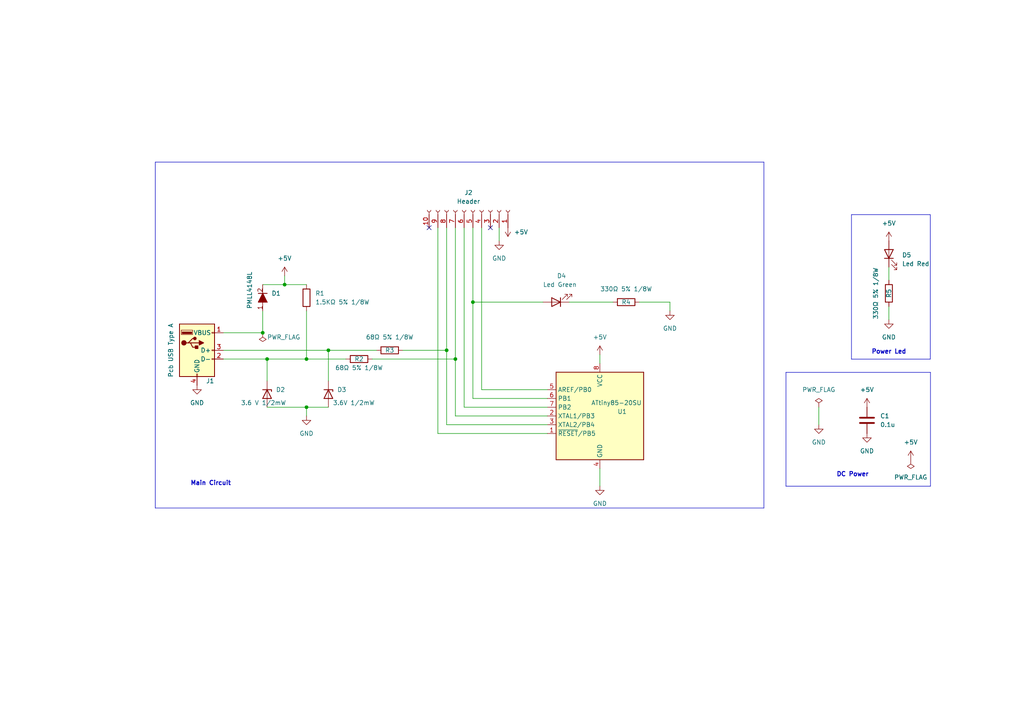
<source format=kicad_sch>
(kicad_sch (version 20230121) (generator eeschema)

  (uuid f2c20679-f28d-47ad-9191-2bfbde129570)

  (paper "A4")

  (title_block
    (date "2024-03-18")
    (rev "version Test2024")
    (company "UCC")
    (comment 1 "proyectoBase2024")
  )

  (lib_symbols
    (symbol "+5V_1" (power) (pin_names (offset 0)) (in_bom yes) (on_board yes)
      (property "Reference" "#PWR" (at 0 -3.81 0)
        (effects (font (size 1.27 1.27)) hide)
      )
      (property "Value" "+5V_1" (at 0 3.556 0)
        (effects (font (size 1.27 1.27)))
      )
      (property "Footprint" "" (at 0 0 0)
        (effects (font (size 1.27 1.27)) hide)
      )
      (property "Datasheet" "" (at 0 0 0)
        (effects (font (size 1.27 1.27)) hide)
      )
      (property "ki_keywords" "global power" (at 0 0 0)
        (effects (font (size 1.27 1.27)) hide)
      )
      (property "ki_description" "Power symbol creates a global label with name \"+5V\"" (at 0 0 0)
        (effects (font (size 1.27 1.27)) hide)
      )
      (symbol "+5V_1_0_1"
        (polyline
          (pts
            (xy -0.762 1.27)
            (xy 0 2.54)
          )
          (stroke (width 0) (type default))
          (fill (type none))
        )
        (polyline
          (pts
            (xy 0 0)
            (xy 0 2.54)
          )
          (stroke (width 0) (type default))
          (fill (type none))
        )
        (polyline
          (pts
            (xy 0 2.54)
            (xy 0.762 1.27)
          )
          (stroke (width 0) (type default))
          (fill (type none))
        )
      )
      (symbol "+5V_1_1_1"
        (pin power_in line (at 0 0 90) (length 0) hide
          (name "+5V" (effects (font (size 1.27 1.27))))
          (number "1" (effects (font (size 1.27 1.27))))
        )
      )
    )
    (symbol "Connector:Conn_01x10_Socket" (pin_names (offset 1.016) hide) (in_bom yes) (on_board yes)
      (property "Reference" "J" (at 0 12.7 0)
        (effects (font (size 1.27 1.27)))
      )
      (property "Value" "Conn_01x10_Socket" (at 0 -15.24 0)
        (effects (font (size 1.27 1.27)))
      )
      (property "Footprint" "" (at 0 0 0)
        (effects (font (size 1.27 1.27)) hide)
      )
      (property "Datasheet" "~" (at 0 0 0)
        (effects (font (size 1.27 1.27)) hide)
      )
      (property "ki_locked" "" (at 0 0 0)
        (effects (font (size 1.27 1.27)))
      )
      (property "ki_keywords" "connector" (at 0 0 0)
        (effects (font (size 1.27 1.27)) hide)
      )
      (property "ki_description" "Generic connector, single row, 01x10, script generated" (at 0 0 0)
        (effects (font (size 1.27 1.27)) hide)
      )
      (property "ki_fp_filters" "Connector*:*_1x??_*" (at 0 0 0)
        (effects (font (size 1.27 1.27)) hide)
      )
      (symbol "Conn_01x10_Socket_1_1"
        (arc (start 0 -12.192) (mid -0.5058 -12.7) (end 0 -13.208)
          (stroke (width 0.1524) (type default))
          (fill (type none))
        )
        (arc (start 0 -9.652) (mid -0.5058 -10.16) (end 0 -10.668)
          (stroke (width 0.1524) (type default))
          (fill (type none))
        )
        (arc (start 0 -7.112) (mid -0.5058 -7.62) (end 0 -8.128)
          (stroke (width 0.1524) (type default))
          (fill (type none))
        )
        (arc (start 0 -4.572) (mid -0.5058 -5.08) (end 0 -5.588)
          (stroke (width 0.1524) (type default))
          (fill (type none))
        )
        (arc (start 0 -2.032) (mid -0.5058 -2.54) (end 0 -3.048)
          (stroke (width 0.1524) (type default))
          (fill (type none))
        )
        (polyline
          (pts
            (xy -1.27 -12.7)
            (xy -0.508 -12.7)
          )
          (stroke (width 0.1524) (type default))
          (fill (type none))
        )
        (polyline
          (pts
            (xy -1.27 -10.16)
            (xy -0.508 -10.16)
          )
          (stroke (width 0.1524) (type default))
          (fill (type none))
        )
        (polyline
          (pts
            (xy -1.27 -7.62)
            (xy -0.508 -7.62)
          )
          (stroke (width 0.1524) (type default))
          (fill (type none))
        )
        (polyline
          (pts
            (xy -1.27 -5.08)
            (xy -0.508 -5.08)
          )
          (stroke (width 0.1524) (type default))
          (fill (type none))
        )
        (polyline
          (pts
            (xy -1.27 -2.54)
            (xy -0.508 -2.54)
          )
          (stroke (width 0.1524) (type default))
          (fill (type none))
        )
        (polyline
          (pts
            (xy -1.27 0)
            (xy -0.508 0)
          )
          (stroke (width 0.1524) (type default))
          (fill (type none))
        )
        (polyline
          (pts
            (xy -1.27 2.54)
            (xy -0.508 2.54)
          )
          (stroke (width 0.1524) (type default))
          (fill (type none))
        )
        (polyline
          (pts
            (xy -1.27 5.08)
            (xy -0.508 5.08)
          )
          (stroke (width 0.1524) (type default))
          (fill (type none))
        )
        (polyline
          (pts
            (xy -1.27 7.62)
            (xy -0.508 7.62)
          )
          (stroke (width 0.1524) (type default))
          (fill (type none))
        )
        (polyline
          (pts
            (xy -1.27 10.16)
            (xy -0.508 10.16)
          )
          (stroke (width 0.1524) (type default))
          (fill (type none))
        )
        (arc (start 0 0.508) (mid -0.5058 0) (end 0 -0.508)
          (stroke (width 0.1524) (type default))
          (fill (type none))
        )
        (arc (start 0 3.048) (mid -0.5058 2.54) (end 0 2.032)
          (stroke (width 0.1524) (type default))
          (fill (type none))
        )
        (arc (start 0 5.588) (mid -0.5058 5.08) (end 0 4.572)
          (stroke (width 0.1524) (type default))
          (fill (type none))
        )
        (arc (start 0 8.128) (mid -0.5058 7.62) (end 0 7.112)
          (stroke (width 0.1524) (type default))
          (fill (type none))
        )
        (arc (start 0 10.668) (mid -0.5058 10.16) (end 0 9.652)
          (stroke (width 0.1524) (type default))
          (fill (type none))
        )
        (pin passive line (at -5.08 10.16 0) (length 3.81)
          (name "Pin_1" (effects (font (size 1.27 1.27))))
          (number "1" (effects (font (size 1.27 1.27))))
        )
        (pin passive line (at -5.08 -12.7 0) (length 3.81)
          (name "Pin_10" (effects (font (size 1.27 1.27))))
          (number "10" (effects (font (size 1.27 1.27))))
        )
        (pin passive line (at -5.08 7.62 0) (length 3.81)
          (name "Pin_2" (effects (font (size 1.27 1.27))))
          (number "2" (effects (font (size 1.27 1.27))))
        )
        (pin passive line (at -5.08 5.08 0) (length 3.81)
          (name "Pin_3" (effects (font (size 1.27 1.27))))
          (number "3" (effects (font (size 1.27 1.27))))
        )
        (pin passive line (at -5.08 2.54 0) (length 3.81)
          (name "Pin_4" (effects (font (size 1.27 1.27))))
          (number "4" (effects (font (size 1.27 1.27))))
        )
        (pin passive line (at -5.08 0 0) (length 3.81)
          (name "Pin_5" (effects (font (size 1.27 1.27))))
          (number "5" (effects (font (size 1.27 1.27))))
        )
        (pin passive line (at -5.08 -2.54 0) (length 3.81)
          (name "Pin_6" (effects (font (size 1.27 1.27))))
          (number "6" (effects (font (size 1.27 1.27))))
        )
        (pin passive line (at -5.08 -5.08 0) (length 3.81)
          (name "Pin_7" (effects (font (size 1.27 1.27))))
          (number "7" (effects (font (size 1.27 1.27))))
        )
        (pin passive line (at -5.08 -7.62 0) (length 3.81)
          (name "Pin_8" (effects (font (size 1.27 1.27))))
          (number "8" (effects (font (size 1.27 1.27))))
        )
        (pin passive line (at -5.08 -10.16 0) (length 3.81)
          (name "Pin_9" (effects (font (size 1.27 1.27))))
          (number "9" (effects (font (size 1.27 1.27))))
        )
      )
    )
    (symbol "Connector:USB_A" (pin_names (offset 1.016)) (in_bom yes) (on_board yes)
      (property "Reference" "J2" (at 0 12.7 0)
        (effects (font (size 1.27 1.27)))
      )
      (property "Value" "USB_A" (at 0 10.16 0)
        (effects (font (size 1.27 1.27)))
      )
      (property "Footprint" "" (at 3.81 -1.27 0)
        (effects (font (size 1.27 1.27)) hide)
      )
      (property "Datasheet" " ~" (at 3.81 -1.27 0)
        (effects (font (size 1.27 1.27)) hide)
      )
      (property "ki_keywords" "connector USB" (at 0 0 0)
        (effects (font (size 1.27 1.27)) hide)
      )
      (property "ki_description" "USB Type A connector" (at 0 0 0)
        (effects (font (size 1.27 1.27)) hide)
      )
      (property "ki_fp_filters" "USB*" (at 0 0 0)
        (effects (font (size 1.27 1.27)) hide)
      )
      (symbol "USB_A_0_1"
        (rectangle (start -5.08 -7.62) (end 5.08 7.62)
          (stroke (width 0.254) (type default))
          (fill (type background))
        )
        (circle (center -3.81 2.159) (radius 0.635)
          (stroke (width 0.254) (type default))
          (fill (type outline))
        )
        (rectangle (start -1.524 4.826) (end -4.318 5.334)
          (stroke (width 0) (type default))
          (fill (type outline))
        )
        (rectangle (start -1.27 4.572) (end -4.572 5.842)
          (stroke (width 0) (type default))
          (fill (type none))
        )
        (circle (center -0.635 3.429) (radius 0.381)
          (stroke (width 0.254) (type default))
          (fill (type outline))
        )
        (rectangle (start -0.127 -7.62) (end 0.127 -6.858)
          (stroke (width 0) (type default))
          (fill (type none))
        )
        (polyline
          (pts
            (xy -3.175 2.159)
            (xy -2.54 2.159)
            (xy -1.27 3.429)
            (xy -0.635 3.429)
          )
          (stroke (width 0.254) (type default))
          (fill (type none))
        )
        (polyline
          (pts
            (xy -2.54 2.159)
            (xy -1.905 2.159)
            (xy -1.27 0.889)
            (xy 0 0.889)
          )
          (stroke (width 0.254) (type default))
          (fill (type none))
        )
        (polyline
          (pts
            (xy 0.635 2.794)
            (xy 0.635 1.524)
            (xy 1.905 2.159)
            (xy 0.635 2.794)
          )
          (stroke (width 0.254) (type default))
          (fill (type outline))
        )
        (rectangle (start 0.254 1.27) (end -0.508 0.508)
          (stroke (width 0.254) (type default))
          (fill (type outline))
        )
        (rectangle (start 5.08 -2.667) (end 4.318 -2.413)
          (stroke (width 0) (type default))
          (fill (type none))
        )
        (rectangle (start 5.08 -0.127) (end 4.318 0.127)
          (stroke (width 0) (type default))
          (fill (type none))
        )
        (rectangle (start 5.08 4.953) (end 4.318 5.207)
          (stroke (width 0) (type default))
          (fill (type none))
        )
      )
      (symbol "USB_A_1_1"
        (polyline
          (pts
            (xy -1.905 2.159)
            (xy 0.635 2.159)
          )
          (stroke (width 0.254) (type default))
          (fill (type none))
        )
        (pin power_in line (at 7.62 5.08 180) (length 2.54)
          (name "VBUS" (effects (font (size 1.27 1.27))))
          (number "1" (effects (font (size 1.27 1.27))))
        )
        (pin bidirectional line (at 7.62 -2.54 180) (length 2.54)
          (name "D-" (effects (font (size 1.27 1.27))))
          (number "2" (effects (font (size 1.27 1.27))))
        )
        (pin bidirectional line (at 7.62 0 180) (length 2.54)
          (name "D+" (effects (font (size 1.27 1.27))))
          (number "3" (effects (font (size 1.27 1.27))))
        )
        (pin power_in line (at 0 -10.16 90) (length 2.54)
          (name "GND" (effects (font (size 1.27 1.27))))
          (number "4" (effects (font (size 1.27 1.27))))
        )
      )
    )
    (symbol "D_Filled_1" (pin_numbers hide) (pin_names (offset 1.016) hide) (in_bom yes) (on_board yes)
      (property "Reference" "D" (at 0 2.54 0)
        (effects (font (size 1.27 1.27)))
      )
      (property "Value" "D_Filled" (at 0 -2.54 0)
        (effects (font (size 1.27 1.27)))
      )
      (property "Footprint" "" (at 0 0 0)
        (effects (font (size 1.27 1.27)) hide)
      )
      (property "Datasheet" "~" (at 0 0 0)
        (effects (font (size 1.27 1.27)) hide)
      )
      (property "Sim.Device" "D" (at 0 0 0)
        (effects (font (size 1.27 1.27)) hide)
      )
      (property "Sim.Pins" "1=K 2=A" (at 0 0 0)
        (effects (font (size 1.27 1.27)) hide)
      )
      (property "ki_keywords" "diode" (at 0 0 0)
        (effects (font (size 1.27 1.27)) hide)
      )
      (property "ki_description" "Diode, filled shape" (at 0 0 0)
        (effects (font (size 1.27 1.27)) hide)
      )
      (property "ki_fp_filters" "TO-???* *_Diode_* *SingleDiode* D_*" (at 0 0 0)
        (effects (font (size 1.27 1.27)) hide)
      )
      (symbol "D_Filled_1_0_1"
        (polyline
          (pts
            (xy -1.27 1.27)
            (xy -1.27 -1.27)
          )
          (stroke (width 0.254) (type default))
          (fill (type none))
        )
        (polyline
          (pts
            (xy 1.27 0)
            (xy -1.27 0)
          )
          (stroke (width 0) (type default))
          (fill (type none))
        )
        (polyline
          (pts
            (xy 1.27 1.27)
            (xy 1.27 -1.27)
            (xy -1.27 0)
            (xy 1.27 1.27)
          )
          (stroke (width 0.254) (type default))
          (fill (type outline))
        )
      )
      (symbol "D_Filled_1_1_1"
        (pin passive line (at -3.81 0 0) (length 2.54)
          (name "K" (effects (font (size 1.27 1.27))))
          (number "1" (effects (font (size 1.27 1.27))))
        )
        (pin passive line (at 3.81 0 180) (length 2.54)
          (name "A" (effects (font (size 1.27 1.27))))
          (number "2" (effects (font (size 1.27 1.27))))
        )
      )
    )
    (symbol "Device:C" (pin_numbers hide) (pin_names (offset 0.254)) (in_bom yes) (on_board yes)
      (property "Reference" "C" (at 0.635 2.54 0)
        (effects (font (size 1.27 1.27)) (justify left))
      )
      (property "Value" "C" (at 0.635 -2.54 0)
        (effects (font (size 1.27 1.27)) (justify left))
      )
      (property "Footprint" "" (at 0.9652 -3.81 0)
        (effects (font (size 1.27 1.27)) hide)
      )
      (property "Datasheet" "~" (at 0 0 0)
        (effects (font (size 1.27 1.27)) hide)
      )
      (property "ki_keywords" "cap capacitor" (at 0 0 0)
        (effects (font (size 1.27 1.27)) hide)
      )
      (property "ki_description" "Unpolarized capacitor" (at 0 0 0)
        (effects (font (size 1.27 1.27)) hide)
      )
      (property "ki_fp_filters" "C_*" (at 0 0 0)
        (effects (font (size 1.27 1.27)) hide)
      )
      (symbol "C_0_1"
        (polyline
          (pts
            (xy -2.032 -0.762)
            (xy 2.032 -0.762)
          )
          (stroke (width 0.508) (type default))
          (fill (type none))
        )
        (polyline
          (pts
            (xy -2.032 0.762)
            (xy 2.032 0.762)
          )
          (stroke (width 0.508) (type default))
          (fill (type none))
        )
      )
      (symbol "C_1_1"
        (pin passive line (at 0 3.81 270) (length 2.794)
          (name "~" (effects (font (size 1.27 1.27))))
          (number "1" (effects (font (size 1.27 1.27))))
        )
        (pin passive line (at 0 -3.81 90) (length 2.794)
          (name "~" (effects (font (size 1.27 1.27))))
          (number "2" (effects (font (size 1.27 1.27))))
        )
      )
    )
    (symbol "Device:D_Zener" (pin_numbers hide) (pin_names (offset 1.016) hide) (in_bom yes) (on_board yes)
      (property "Reference" "D" (at 0 2.54 0)
        (effects (font (size 1.27 1.27)))
      )
      (property "Value" "D_Zener" (at 0 -2.54 0)
        (effects (font (size 1.27 1.27)))
      )
      (property "Footprint" "" (at 0 0 0)
        (effects (font (size 1.27 1.27)) hide)
      )
      (property "Datasheet" "~" (at 0 0 0)
        (effects (font (size 1.27 1.27)) hide)
      )
      (property "ki_keywords" "diode" (at 0 0 0)
        (effects (font (size 1.27 1.27)) hide)
      )
      (property "ki_description" "Zener diode" (at 0 0 0)
        (effects (font (size 1.27 1.27)) hide)
      )
      (property "ki_fp_filters" "TO-???* *_Diode_* *SingleDiode* D_*" (at 0 0 0)
        (effects (font (size 1.27 1.27)) hide)
      )
      (symbol "D_Zener_0_1"
        (polyline
          (pts
            (xy 1.27 0)
            (xy -1.27 0)
          )
          (stroke (width 0) (type default))
          (fill (type none))
        )
        (polyline
          (pts
            (xy -1.27 -1.27)
            (xy -1.27 1.27)
            (xy -0.762 1.27)
          )
          (stroke (width 0.254) (type default))
          (fill (type none))
        )
        (polyline
          (pts
            (xy 1.27 -1.27)
            (xy 1.27 1.27)
            (xy -1.27 0)
            (xy 1.27 -1.27)
          )
          (stroke (width 0.254) (type default))
          (fill (type none))
        )
      )
      (symbol "D_Zener_1_1"
        (pin passive line (at -3.81 0 0) (length 2.54)
          (name "K" (effects (font (size 1.27 1.27))))
          (number "1" (effects (font (size 1.27 1.27))))
        )
        (pin passive line (at 3.81 0 180) (length 2.54)
          (name "A" (effects (font (size 1.27 1.27))))
          (number "2" (effects (font (size 1.27 1.27))))
        )
      )
    )
    (symbol "Device:LED" (pin_numbers hide) (pin_names (offset 1.016) hide) (in_bom yes) (on_board yes)
      (property "Reference" "D" (at 0 2.54 0)
        (effects (font (size 1.27 1.27)))
      )
      (property "Value" "LED" (at 0 -2.54 0)
        (effects (font (size 1.27 1.27)))
      )
      (property "Footprint" "" (at 0 0 0)
        (effects (font (size 1.27 1.27)) hide)
      )
      (property "Datasheet" "~" (at 0 0 0)
        (effects (font (size 1.27 1.27)) hide)
      )
      (property "ki_keywords" "LED diode" (at 0 0 0)
        (effects (font (size 1.27 1.27)) hide)
      )
      (property "ki_description" "Light emitting diode" (at 0 0 0)
        (effects (font (size 1.27 1.27)) hide)
      )
      (property "ki_fp_filters" "LED* LED_SMD:* LED_THT:*" (at 0 0 0)
        (effects (font (size 1.27 1.27)) hide)
      )
      (symbol "LED_0_1"
        (polyline
          (pts
            (xy -1.27 -1.27)
            (xy -1.27 1.27)
          )
          (stroke (width 0.254) (type default))
          (fill (type none))
        )
        (polyline
          (pts
            (xy -1.27 0)
            (xy 1.27 0)
          )
          (stroke (width 0) (type default))
          (fill (type none))
        )
        (polyline
          (pts
            (xy 1.27 -1.27)
            (xy 1.27 1.27)
            (xy -1.27 0)
            (xy 1.27 -1.27)
          )
          (stroke (width 0.254) (type default))
          (fill (type none))
        )
        (polyline
          (pts
            (xy -3.048 -0.762)
            (xy -4.572 -2.286)
            (xy -3.81 -2.286)
            (xy -4.572 -2.286)
            (xy -4.572 -1.524)
          )
          (stroke (width 0) (type default))
          (fill (type none))
        )
        (polyline
          (pts
            (xy -1.778 -0.762)
            (xy -3.302 -2.286)
            (xy -2.54 -2.286)
            (xy -3.302 -2.286)
            (xy -3.302 -1.524)
          )
          (stroke (width 0) (type default))
          (fill (type none))
        )
      )
      (symbol "LED_1_1"
        (pin passive line (at -3.81 0 0) (length 2.54)
          (name "K" (effects (font (size 1.27 1.27))))
          (number "1" (effects (font (size 1.27 1.27))))
        )
        (pin passive line (at 3.81 0 180) (length 2.54)
          (name "A" (effects (font (size 1.27 1.27))))
          (number "2" (effects (font (size 1.27 1.27))))
        )
      )
    )
    (symbol "Device:R" (pin_numbers hide) (pin_names (offset 0)) (in_bom yes) (on_board yes)
      (property "Reference" "R" (at 2.032 0 90)
        (effects (font (size 1.27 1.27)))
      )
      (property "Value" "R" (at 0 0 90)
        (effects (font (size 1.27 1.27)))
      )
      (property "Footprint" "" (at -1.778 0 90)
        (effects (font (size 1.27 1.27)) hide)
      )
      (property "Datasheet" "~" (at 0 0 0)
        (effects (font (size 1.27 1.27)) hide)
      )
      (property "ki_keywords" "R res resistor" (at 0 0 0)
        (effects (font (size 1.27 1.27)) hide)
      )
      (property "ki_description" "Resistor" (at 0 0 0)
        (effects (font (size 1.27 1.27)) hide)
      )
      (property "ki_fp_filters" "R_*" (at 0 0 0)
        (effects (font (size 1.27 1.27)) hide)
      )
      (symbol "R_0_1"
        (rectangle (start -1.016 -2.54) (end 1.016 2.54)
          (stroke (width 0.254) (type default))
          (fill (type none))
        )
      )
      (symbol "R_1_1"
        (pin passive line (at 0 3.81 270) (length 1.27)
          (name "~" (effects (font (size 1.27 1.27))))
          (number "1" (effects (font (size 1.27 1.27))))
        )
        (pin passive line (at 0 -3.81 90) (length 1.27)
          (name "~" (effects (font (size 1.27 1.27))))
          (number "2" (effects (font (size 1.27 1.27))))
        )
      )
    )
    (symbol "GND_1" (power) (pin_names (offset 0)) (in_bom yes) (on_board yes)
      (property "Reference" "#PWR" (at 0 -6.35 0)
        (effects (font (size 1.27 1.27)) hide)
      )
      (property "Value" "GND_1" (at 0 -3.81 0)
        (effects (font (size 1.27 1.27)))
      )
      (property "Footprint" "" (at 0 0 0)
        (effects (font (size 1.27 1.27)) hide)
      )
      (property "Datasheet" "" (at 0 0 0)
        (effects (font (size 1.27 1.27)) hide)
      )
      (property "ki_keywords" "global power" (at 0 0 0)
        (effects (font (size 1.27 1.27)) hide)
      )
      (property "ki_description" "Power symbol creates a global label with name \"GND\" , ground" (at 0 0 0)
        (effects (font (size 1.27 1.27)) hide)
      )
      (symbol "GND_1_0_1"
        (polyline
          (pts
            (xy 0 0)
            (xy 0 -1.27)
            (xy 1.27 -1.27)
            (xy 0 -2.54)
            (xy -1.27 -1.27)
            (xy 0 -1.27)
          )
          (stroke (width 0) (type default))
          (fill (type none))
        )
      )
      (symbol "GND_1_1_1"
        (pin power_in line (at 0 0 270) (length 0) hide
          (name "GND" (effects (font (size 1.27 1.27))))
          (number "1" (effects (font (size 1.27 1.27))))
        )
      )
    )
    (symbol "MCU_Microchip_ATtiny:ATtiny85-20S" (in_bom yes) (on_board yes)
      (property "Reference" "U" (at -12.7 13.97 0)
        (effects (font (size 1.27 1.27)) (justify left bottom))
      )
      (property "Value" "ATtiny85-20S" (at 2.54 -13.97 0)
        (effects (font (size 1.27 1.27)) (justify left top))
      )
      (property "Footprint" "Package_SO:SOIC-8W_5.3x5.3mm_P1.27mm" (at 0 0 0)
        (effects (font (size 1.27 1.27) italic) hide)
      )
      (property "Datasheet" "http://ww1.microchip.com/downloads/en/DeviceDoc/atmel-2586-avr-8-bit-microcontroller-attiny25-attiny45-attiny85_datasheet.pdf" (at 0 0 0)
        (effects (font (size 1.27 1.27)) hide)
      )
      (property "ki_keywords" "AVR 8bit Microcontroller tinyAVR" (at 0 0 0)
        (effects (font (size 1.27 1.27)) hide)
      )
      (property "ki_description" "20MHz, 8kB Flash, 512B SRAM, 512B EEPROM, debugWIRE, SOIC-8W" (at 0 0 0)
        (effects (font (size 1.27 1.27)) hide)
      )
      (property "ki_fp_filters" "SOIC*5.3x5.3mm*P1.27mm*" (at 0 0 0)
        (effects (font (size 1.27 1.27)) hide)
      )
      (symbol "ATtiny85-20S_0_1"
        (rectangle (start -12.7 -12.7) (end 12.7 12.7)
          (stroke (width 0.254) (type default))
          (fill (type background))
        )
      )
      (symbol "ATtiny85-20S_1_1"
        (pin bidirectional line (at 15.24 -5.08 180) (length 2.54)
          (name "~{RESET}/PB5" (effects (font (size 1.27 1.27))))
          (number "1" (effects (font (size 1.27 1.27))))
        )
        (pin bidirectional line (at 15.24 0 180) (length 2.54)
          (name "XTAL1/PB3" (effects (font (size 1.27 1.27))))
          (number "2" (effects (font (size 1.27 1.27))))
        )
        (pin bidirectional line (at 15.24 -2.54 180) (length 2.54)
          (name "XTAL2/PB4" (effects (font (size 1.27 1.27))))
          (number "3" (effects (font (size 1.27 1.27))))
        )
        (pin power_in line (at 0 -15.24 90) (length 2.54)
          (name "GND" (effects (font (size 1.27 1.27))))
          (number "4" (effects (font (size 1.27 1.27))))
        )
        (pin bidirectional line (at 15.24 7.62 180) (length 2.54)
          (name "AREF/PB0" (effects (font (size 1.27 1.27))))
          (number "5" (effects (font (size 1.27 1.27))))
        )
        (pin bidirectional line (at 15.24 5.08 180) (length 2.54)
          (name "PB1" (effects (font (size 1.27 1.27))))
          (number "6" (effects (font (size 1.27 1.27))))
        )
        (pin bidirectional line (at 15.24 2.54 180) (length 2.54)
          (name "PB2" (effects (font (size 1.27 1.27))))
          (number "7" (effects (font (size 1.27 1.27))))
        )
        (pin power_in line (at 0 15.24 270) (length 2.54)
          (name "VCC" (effects (font (size 1.27 1.27))))
          (number "8" (effects (font (size 1.27 1.27))))
        )
      )
    )
    (symbol "PWR_FLAG_1" (power) (pin_numbers hide) (pin_names (offset 0) hide) (in_bom yes) (on_board yes)
      (property "Reference" "#FLG" (at 0 1.905 0)
        (effects (font (size 1.27 1.27)) hide)
      )
      (property "Value" "PWR_FLAG_1" (at 0 3.81 0)
        (effects (font (size 1.27 1.27)))
      )
      (property "Footprint" "" (at 0 0 0)
        (effects (font (size 1.27 1.27)) hide)
      )
      (property "Datasheet" "~" (at 0 0 0)
        (effects (font (size 1.27 1.27)) hide)
      )
      (property "ki_keywords" "flag power" (at 0 0 0)
        (effects (font (size 1.27 1.27)) hide)
      )
      (property "ki_description" "Special symbol for telling ERC where power comes from" (at 0 0 0)
        (effects (font (size 1.27 1.27)) hide)
      )
      (symbol "PWR_FLAG_1_0_0"
        (pin power_out line (at 0 0 90) (length 0)
          (name "pwr" (effects (font (size 1.27 1.27))))
          (number "1" (effects (font (size 1.27 1.27))))
        )
      )
      (symbol "PWR_FLAG_1_0_1"
        (polyline
          (pts
            (xy 0 0)
            (xy 0 1.27)
            (xy -1.016 1.905)
            (xy 0 2.54)
            (xy 1.016 1.905)
            (xy 0 1.27)
          )
          (stroke (width 0) (type default))
          (fill (type none))
        )
      )
    )
    (symbol "power:+5V" (power) (pin_names (offset 0)) (in_bom yes) (on_board yes)
      (property "Reference" "#PWR" (at 0 -3.81 0)
        (effects (font (size 1.27 1.27)) hide)
      )
      (property "Value" "+5V" (at 0 3.556 0)
        (effects (font (size 1.27 1.27)))
      )
      (property "Footprint" "" (at 0 0 0)
        (effects (font (size 1.27 1.27)) hide)
      )
      (property "Datasheet" "" (at 0 0 0)
        (effects (font (size 1.27 1.27)) hide)
      )
      (property "ki_keywords" "global power" (at 0 0 0)
        (effects (font (size 1.27 1.27)) hide)
      )
      (property "ki_description" "Power symbol creates a global label with name \"+5V\"" (at 0 0 0)
        (effects (font (size 1.27 1.27)) hide)
      )
      (symbol "+5V_0_1"
        (polyline
          (pts
            (xy -0.762 1.27)
            (xy 0 2.54)
          )
          (stroke (width 0) (type default))
          (fill (type none))
        )
        (polyline
          (pts
            (xy 0 0)
            (xy 0 2.54)
          )
          (stroke (width 0) (type default))
          (fill (type none))
        )
        (polyline
          (pts
            (xy 0 2.54)
            (xy 0.762 1.27)
          )
          (stroke (width 0) (type default))
          (fill (type none))
        )
      )
      (symbol "+5V_1_1"
        (pin power_in line (at 0 0 90) (length 0) hide
          (name "+5V" (effects (font (size 1.27 1.27))))
          (number "1" (effects (font (size 1.27 1.27))))
        )
      )
    )
    (symbol "power:GND" (power) (pin_names (offset 0)) (in_bom yes) (on_board yes)
      (property "Reference" "#PWR" (at 0 -6.35 0)
        (effects (font (size 1.27 1.27)) hide)
      )
      (property "Value" "GND" (at 0 -3.81 0)
        (effects (font (size 1.27 1.27)))
      )
      (property "Footprint" "" (at 0 0 0)
        (effects (font (size 1.27 1.27)) hide)
      )
      (property "Datasheet" "" (at 0 0 0)
        (effects (font (size 1.27 1.27)) hide)
      )
      (property "ki_keywords" "global power" (at 0 0 0)
        (effects (font (size 1.27 1.27)) hide)
      )
      (property "ki_description" "Power symbol creates a global label with name \"GND\" , ground" (at 0 0 0)
        (effects (font (size 1.27 1.27)) hide)
      )
      (symbol "GND_0_1"
        (polyline
          (pts
            (xy 0 0)
            (xy 0 -1.27)
            (xy 1.27 -1.27)
            (xy 0 -2.54)
            (xy -1.27 -1.27)
            (xy 0 -1.27)
          )
          (stroke (width 0) (type default))
          (fill (type none))
        )
      )
      (symbol "GND_1_1"
        (pin power_in line (at 0 0 270) (length 0) hide
          (name "GND" (effects (font (size 1.27 1.27))))
          (number "1" (effects (font (size 1.27 1.27))))
        )
      )
    )
    (symbol "power:PWR_FLAG" (power) (pin_numbers hide) (pin_names (offset 0) hide) (in_bom yes) (on_board yes)
      (property "Reference" "#FLG" (at 0 1.905 0)
        (effects (font (size 1.27 1.27)) hide)
      )
      (property "Value" "PWR_FLAG" (at 0 3.81 0)
        (effects (font (size 1.27 1.27)))
      )
      (property "Footprint" "" (at 0 0 0)
        (effects (font (size 1.27 1.27)) hide)
      )
      (property "Datasheet" "~" (at 0 0 0)
        (effects (font (size 1.27 1.27)) hide)
      )
      (property "ki_keywords" "flag power" (at 0 0 0)
        (effects (font (size 1.27 1.27)) hide)
      )
      (property "ki_description" "Special symbol for telling ERC where power comes from" (at 0 0 0)
        (effects (font (size 1.27 1.27)) hide)
      )
      (symbol "PWR_FLAG_0_0"
        (pin power_out line (at 0 0 90) (length 0)
          (name "pwr" (effects (font (size 1.27 1.27))))
          (number "1" (effects (font (size 1.27 1.27))))
        )
      )
      (symbol "PWR_FLAG_0_1"
        (polyline
          (pts
            (xy 0 0)
            (xy 0 1.27)
            (xy -1.016 1.905)
            (xy 0 2.54)
            (xy 1.016 1.905)
            (xy 0 1.27)
          )
          (stroke (width 0) (type default))
          (fill (type none))
        )
      )
    )
  )

  (junction (at 88.9 118.11) (diameter 0) (color 0 0 0 0)
    (uuid 415715c2-99c9-4d44-a426-d2c7498b23e3)
  )
  (junction (at 132.08 104.14) (diameter 0) (color 0 0 0 0)
    (uuid 4b246924-fb2e-411f-bec6-bb3522a12a10)
  )
  (junction (at 76.2 96.52) (diameter 0) (color 0 0 0 0)
    (uuid 7e7fb924-5ff1-4371-b3c0-d16ef9a09f2e)
  )
  (junction (at 88.9 104.14) (diameter 0) (color 0 0 0 0)
    (uuid 9cfdcda4-0924-491e-be9c-2142a2753076)
  )
  (junction (at 129.54 101.6) (diameter 0) (color 0 0 0 0)
    (uuid aacebe72-7b22-4aac-96e0-eb4a0076d15d)
  )
  (junction (at 77.47 104.14) (diameter 0) (color 0 0 0 0)
    (uuid dd923ffc-1730-4ef7-9739-c0066788ac67)
  )
  (junction (at 137.16 87.63) (diameter 0) (color 0 0 0 0)
    (uuid df94c5fd-91bf-49e4-829d-c1b6bb5682e1)
  )
  (junction (at 82.55 82.55) (diameter 0) (color 0 0 0 0)
    (uuid df9c5472-94e3-49f0-9d1d-1ab5d3e1ebd9)
  )
  (junction (at 95.25 101.6) (diameter 0) (color 0 0 0 0)
    (uuid e665550e-7912-40db-84a0-a3942d90fa4e)
  )

  (no_connect (at 142.24 66.04) (uuid 2a4b1a36-e40a-477e-9543-d32505c237dd))
  (no_connect (at 124.46 66.04) (uuid e379967b-5787-431b-9971-4e65e45ae438))

  (wire (pts (xy 64.77 104.14) (xy 77.47 104.14))
    (stroke (width 0) (type default))
    (uuid 0add1918-5b7c-4f98-a255-48293e1b26a2)
  )
  (wire (pts (xy 132.08 66.04) (xy 132.08 104.14))
    (stroke (width 0) (type default))
    (uuid 0f42a236-1758-4ecf-be3a-8c6d8175c463)
  )
  (polyline (pts (xy 45.0342 147.3454) (xy 45.0342 47.0154))
    (stroke (width 0) (type default))
    (uuid 12c67071-fe67-4f47-a0ca-3ef1ab2bc966)
  )

  (wire (pts (xy 77.47 104.14) (xy 77.47 110.49))
    (stroke (width 0) (type default))
    (uuid 16125d0a-128d-4ea7-b031-ef2b94a92d1d)
  )
  (wire (pts (xy 82.55 80.01) (xy 82.55 82.55))
    (stroke (width 0) (type default))
    (uuid 1647d754-a621-42d9-a92d-19f6122ddc01)
  )
  (wire (pts (xy 194.31 87.63) (xy 194.31 90.17))
    (stroke (width 0) (type default))
    (uuid 1a357e73-3279-4168-87ec-80724ff23bc1)
  )
  (wire (pts (xy 132.08 104.14) (xy 132.08 120.65))
    (stroke (width 0) (type default))
    (uuid 1edbab11-5d96-4ea3-8d5a-a734fccc1b36)
  )
  (polyline (pts (xy 221.5642 47.0154) (xy 221.5642 147.3454))
    (stroke (width 0) (type default))
    (uuid 1f5f82f7-3c3e-40e2-9a00-ce83a042d5ac)
  )

  (wire (pts (xy 129.54 123.19) (xy 158.75 123.19))
    (stroke (width 0) (type default))
    (uuid 27b78c7d-578c-4acf-8e2e-4fff7c145663)
  )
  (wire (pts (xy 137.16 66.04) (xy 137.16 87.63))
    (stroke (width 0) (type default))
    (uuid 2aef3fd4-9308-4953-9b21-adef8c09b1de)
  )
  (wire (pts (xy 129.54 66.04) (xy 129.54 101.6))
    (stroke (width 0) (type default))
    (uuid 3947edb7-7f22-44cf-9b71-02b3644d00ce)
  )
  (wire (pts (xy 257.81 88.9) (xy 257.81 92.71))
    (stroke (width 0) (type default))
    (uuid 3b6615b5-3313-4c26-ac47-d197b6d1ee2a)
  )
  (wire (pts (xy 76.2 96.52) (xy 76.2 90.17))
    (stroke (width 0) (type default))
    (uuid 44641979-6d99-4342-896e-0cf41f6090a1)
  )
  (wire (pts (xy 127 125.73) (xy 158.75 125.73))
    (stroke (width 0) (type default))
    (uuid 4d08495f-171e-4f36-8a2e-26e8f4f932ad)
  )
  (polyline (pts (xy 269.8242 62.2554) (xy 269.8242 104.1654))
    (stroke (width 0) (type default))
    (uuid 4eb3e81b-c3fe-4e85-853e-9ce32520e02d)
  )

  (wire (pts (xy 173.99 135.89) (xy 173.99 140.97))
    (stroke (width 0) (type default))
    (uuid 4ecd98ff-61d5-4e85-987b-328c73d41050)
  )
  (wire (pts (xy 137.16 87.63) (xy 137.16 115.57))
    (stroke (width 0) (type default))
    (uuid 4eeba0e3-100b-4b7c-b283-d758bd3f07ab)
  )
  (wire (pts (xy 88.9 118.11) (xy 88.9 120.65))
    (stroke (width 0) (type default))
    (uuid 51607822-9615-4983-8ef5-549ef12daca8)
  )
  (wire (pts (xy 82.55 82.55) (xy 76.2 82.55))
    (stroke (width 0) (type default))
    (uuid 644293c4-5be8-4f89-baf5-76ce812af0ac)
  )
  (polyline (pts (xy 227.965 108.0008) (xy 269.875 108.0008))
    (stroke (width 0) (type default))
    (uuid 654c2277-b153-442b-b460-0cc1001e1bfe)
  )

  (wire (pts (xy 129.54 101.6) (xy 129.54 123.19))
    (stroke (width 0) (type default))
    (uuid 6866e0c1-3baf-4951-98e3-01cb283968bc)
  )
  (wire (pts (xy 134.62 118.11) (xy 158.75 118.11))
    (stroke (width 0) (type default))
    (uuid 69194f5b-dd98-4a02-979f-c3758e41b161)
  )
  (wire (pts (xy 173.99 102.87) (xy 173.99 105.41))
    (stroke (width 0) (type default))
    (uuid 6a587ef3-8a7a-40c5-8653-0977189461e5)
  )
  (wire (pts (xy 137.16 87.63) (xy 157.48 87.63))
    (stroke (width 0) (type default))
    (uuid 6aeb6426-10a3-4303-9f94-dc9c0c8dce40)
  )
  (wire (pts (xy 185.42 87.63) (xy 194.31 87.63))
    (stroke (width 0) (type default))
    (uuid 72685f3b-160a-4019-ab66-747e72982d2d)
  )
  (polyline (pts (xy 269.8242 104.1654) (xy 246.9642 104.1654))
    (stroke (width 0) (type default))
    (uuid 73b21d52-5af1-4324-ac82-7fc4e93bc07a)
  )

  (wire (pts (xy 64.77 101.6) (xy 95.25 101.6))
    (stroke (width 0) (type default))
    (uuid 787b9de8-d4d8-4e3c-9409-500562e429bc)
  )
  (wire (pts (xy 144.78 66.04) (xy 144.78 69.85))
    (stroke (width 0) (type default))
    (uuid 7b54de9d-6560-4697-8386-6eefd4898d72)
  )
  (polyline (pts (xy 227.965 141.0208) (xy 227.965 108.0008))
    (stroke (width 0) (type default))
    (uuid 7b5ddeea-8245-4000-8222-3f545ae9a1f4)
  )
  (polyline (pts (xy 221.5642 147.3454) (xy 45.0342 147.3454))
    (stroke (width 0) (type default))
    (uuid 7ebb2a4f-8cb5-40c6-9206-e43704b68921)
  )

  (wire (pts (xy 88.9 90.17) (xy 88.9 104.14))
    (stroke (width 0) (type default))
    (uuid 80b6923b-29e2-4424-a18f-74aa079483ed)
  )
  (wire (pts (xy 88.9 118.11) (xy 95.25 118.11))
    (stroke (width 0) (type default))
    (uuid 80e8ea1b-1b35-4471-a625-5a525d3afe11)
  )
  (wire (pts (xy 116.84 101.6) (xy 129.54 101.6))
    (stroke (width 0) (type default))
    (uuid 8116c992-b0cb-49f2-a5dc-d6ddbecbce81)
  )
  (wire (pts (xy 107.95 104.14) (xy 132.08 104.14))
    (stroke (width 0) (type default))
    (uuid 825ecb20-090b-4dc1-9e3e-9c1c5ba3ccfb)
  )
  (wire (pts (xy 64.77 96.52) (xy 76.2 96.52))
    (stroke (width 0) (type default))
    (uuid 8a0a9d7f-2cc8-497c-8c43-adfefed213b9)
  )
  (wire (pts (xy 165.1 87.63) (xy 177.8 87.63))
    (stroke (width 0) (type default))
    (uuid 8b8a05de-f5ee-49b2-8361-d5441ffedb48)
  )
  (wire (pts (xy 82.55 82.55) (xy 88.9 82.55))
    (stroke (width 0) (type default))
    (uuid 8de918df-97f3-401f-978b-270bad6ea405)
  )
  (wire (pts (xy 137.16 115.57) (xy 158.75 115.57))
    (stroke (width 0) (type default))
    (uuid 8ff72db1-d5f8-4d9e-a31d-5d67f46471ee)
  )
  (wire (pts (xy 127 66.04) (xy 127 125.73))
    (stroke (width 0) (type default))
    (uuid 91d3ba7f-2605-4c18-b255-3ad111827e9f)
  )
  (wire (pts (xy 95.25 101.6) (xy 109.22 101.6))
    (stroke (width 0) (type default))
    (uuid 92c137af-3288-44aa-87fa-05bc3f457ee6)
  )
  (wire (pts (xy 132.08 120.65) (xy 158.75 120.65))
    (stroke (width 0) (type default))
    (uuid a90e715a-11ed-4f70-bd2e-ed8664cf3c20)
  )
  (wire (pts (xy 88.9 104.14) (xy 100.33 104.14))
    (stroke (width 0) (type default))
    (uuid aaea30af-db63-424c-9729-9c69b1c4f628)
  )
  (wire (pts (xy 257.81 77.47) (xy 257.81 81.28))
    (stroke (width 0) (type default))
    (uuid b95bcc9e-1ccc-4777-8ef2-49689e9e73fa)
  )
  (wire (pts (xy 77.47 118.11) (xy 88.9 118.11))
    (stroke (width 0) (type default))
    (uuid bd3de53e-81f1-494b-9f55-4244dc042061)
  )
  (polyline (pts (xy 246.9642 104.1654) (xy 246.9642 62.2554))
    (stroke (width 0) (type default))
    (uuid c289a2e8-800f-459f-8e02-e4181254dd67)
  )
  (polyline (pts (xy 246.9642 62.2554) (xy 269.8242 62.2554))
    (stroke (width 0) (type default))
    (uuid c5196035-626d-4878-af78-a964605d27be)
  )

  (wire (pts (xy 77.47 104.14) (xy 88.9 104.14))
    (stroke (width 0) (type default))
    (uuid c7aaa371-e460-4a6c-9146-5942a7481e11)
  )
  (wire (pts (xy 139.7 66.04) (xy 139.7 113.03))
    (stroke (width 0) (type default))
    (uuid c82b896c-50c4-4dfa-83e2-6d6252e72f78)
  )
  (wire (pts (xy 95.25 101.6) (xy 95.25 110.49))
    (stroke (width 0) (type default))
    (uuid d485b1a1-4406-430f-a35c-2c89e48e6121)
  )
  (wire (pts (xy 139.7 113.03) (xy 158.75 113.03))
    (stroke (width 0) (type default))
    (uuid d86c5de8-caf8-4807-913c-186ec50cc8c0)
  )
  (polyline (pts (xy 269.875 108.0008) (xy 269.875 141.0208))
    (stroke (width 0) (type default))
    (uuid eaa8bceb-f274-422b-90fd-fe4877b72009)
  )
  (polyline (pts (xy 45.0342 47.0154) (xy 221.5642 47.0154))
    (stroke (width 0) (type default))
    (uuid ed367599-b43c-449a-9a14-78d4b79558be)
  )
  (polyline (pts (xy 269.875 141.0208) (xy 227.965 141.0208))
    (stroke (width 0) (type default))
    (uuid f518fdf6-0ceb-48a0-bbc6-ad5fd27a602e)
  )

  (wire (pts (xy 134.62 66.04) (xy 134.62 118.11))
    (stroke (width 0) (type default))
    (uuid f61282cf-9a64-4986-a1dc-c7f5238add67)
  )
  (wire (pts (xy 237.49 118.11) (xy 237.49 123.19))
    (stroke (width 0) (type default))
    (uuid fb224feb-be71-46a3-88c0-692f5374d6f6)
  )

  (text "DC Power" (at 242.57 138.43 0)
    (effects (font (size 1.27 1.27) bold (color 0 0 194 1)) (justify left bottom))
    (uuid 24d26da4-e566-4fc3-bb26-1045bb0dadc9)
  )
  (text "1" (at 76.2 90.17 90)
    (effects (font (size 1.27 1.27) (color 132 0 0 1)) (justify left bottom))
    (uuid 2b414aff-910f-4ab3-bf95-35e6c05e32d1)
  )
  (text "Main Circuit" (at 55.1942 140.9954 0)
    (effects (font (size 1.27 1.27) (thickness 0.254) bold) (justify left bottom))
    (uuid 39ea4496-1b44-485f-ab4a-73accbcc9f99)
  )
  (text "2" (at 76.2 85.09 90)
    (effects (font (size 1.27 1.27) (color 132 0 0 1)) (justify left bottom))
    (uuid a71b444f-ce85-451b-92b1-3d509a52f06d)
  )
  (text "Power Led" (at 252.73 102.87 0)
    (effects (font (size 1.27 1.27) (thickness 0.254) bold (color 0 0 194 1)) (justify left bottom))
    (uuid a7c5337d-cc69-4d45-b111-1539059e55af)
  )

  (symbol (lib_id "Device:LED") (at 257.81 73.66 90) (unit 1)
    (in_bom yes) (on_board yes) (dnp no) (fields_autoplaced)
    (uuid 10997108-4d28-41d5-89fd-26fd3e77510d)
    (property "Reference" "D5" (at 261.62 73.9775 90)
      (effects (font (size 1.27 1.27)) (justify right))
    )
    (property "Value" "Led Red" (at 261.62 76.5175 90)
      (effects (font (size 1.27 1.27)) (justify right))
    )
    (property "Footprint" "ledSmd:ledSMD" (at 257.81 73.66 0)
      (effects (font (size 1.27 1.27)) hide)
    )
    (property "Datasheet" "~" (at 257.81 73.66 0)
      (effects (font (size 1.27 1.27)) hide)
    )
    (pin "1" (uuid 5fdbb483-66f9-4384-8395-149ad1d2495b))
    (pin "2" (uuid d69da8c4-b4ec-4af5-a00c-745dacc97d94))
    (instances
      (project "UccMicroDuino"
        (path "/f2c20679-f28d-47ad-9191-2bfbde129570"
          (reference "D5") (unit 1)
        )
      )
    )
  )

  (symbol (lib_id "Device:R") (at 88.9 86.36 0) (unit 1)
    (in_bom yes) (on_board yes) (dnp no) (fields_autoplaced)
    (uuid 1ad09e81-a9e6-4168-ab8f-f6dc88a2ffca)
    (property "Reference" "R1" (at 91.44 85.09 0)
      (effects (font (size 1.27 1.27)) (justify left))
    )
    (property "Value" "1.5KΩ 5% 1/8W" (at 91.44 87.63 0)
      (effects (font (size 1.27 1.27)) (justify left))
    )
    (property "Footprint" "Resistor_SMD:R_0805_2012Metric_Pad1.20x1.40mm_HandSolder" (at 87.122 86.36 90)
      (effects (font (size 1.27 1.27)) hide)
    )
    (property "Datasheet" "~" (at 88.9 86.36 0)
      (effects (font (size 1.27 1.27)) hide)
    )
    (pin "1" (uuid 4e7abc82-5fea-48c4-8ea1-9a8328442143))
    (pin "2" (uuid 3db91e4f-0f11-4f40-b079-d1b1281a631f))
    (instances
      (project "Clase 1"
        (path "/e763c805-2d98-46c7-a7c5-10a127323b27"
          (reference "R1") (unit 1)
        )
      )
      (project "UccMicroDuino"
        (path "/f2c20679-f28d-47ad-9191-2bfbde129570"
          (reference "R1") (unit 1)
        )
      )
    )
  )

  (symbol (lib_id "Device:R") (at 181.61 87.63 270) (unit 1)
    (in_bom yes) (on_board yes) (dnp no)
    (uuid 2466f78f-52de-413c-819e-74703e6d0e29)
    (property "Reference" "R1" (at 181.61 87.63 90)
      (effects (font (size 1.27 1.27)))
    )
    (property "Value" "330Ω 5% 1/8W" (at 181.61 83.82 90)
      (effects (font (size 1.27 1.27)))
    )
    (property "Footprint" "Resistor_SMD:R_0805_2012Metric_Pad1.20x1.40mm_HandSolder" (at 181.61 85.852 90)
      (effects (font (size 1.27 1.27)) hide)
    )
    (property "Datasheet" "~" (at 181.61 87.63 0)
      (effects (font (size 1.27 1.27)) hide)
    )
    (pin "1" (uuid 0cdaab58-ca0c-45c0-8309-b00127f949cd))
    (pin "2" (uuid 4d678bb9-8bcf-4dda-a214-5a96e4c58be2))
    (instances
      (project "Clase 1"
        (path "/e763c805-2d98-46c7-a7c5-10a127323b27"
          (reference "R1") (unit 1)
        )
      )
      (project "UccMicroDuino"
        (path "/f2c20679-f28d-47ad-9191-2bfbde129570"
          (reference "R4") (unit 1)
        )
      )
    )
  )

  (symbol (lib_id "Device:D_Zener") (at 77.47 114.3 270) (unit 1)
    (in_bom yes) (on_board yes) (dnp no)
    (uuid 25411291-d1c6-47f7-b371-c9e89490bee3)
    (property "Reference" "D1" (at 80.01 113.03 90)
      (effects (font (size 1.27 1.27)) (justify left))
    )
    (property "Value" "3.6 V 1/2mW " (at 69.85 116.84 90)
      (effects (font (size 1.27 1.27)) (justify left))
    )
    (property "Footprint" "Diode_SMD:D_SOD-123" (at 77.47 114.3 0)
      (effects (font (size 1.27 1.27)) hide)
    )
    (property "Datasheet" "~" (at 77.47 114.3 0)
      (effects (font (size 1.27 1.27)) hide)
    )
    (pin "1" (uuid c2a5c4c6-90e3-41f9-bb4f-be5a750c86cd))
    (pin "2" (uuid 82b98da4-5a87-49ee-9494-960aaf8dd2a7))
    (instances
      (project "Clase 1"
        (path "/e763c805-2d98-46c7-a7c5-10a127323b27"
          (reference "D1") (unit 1)
        )
      )
      (project "UccMicroDuino"
        (path "/f2c20679-f28d-47ad-9191-2bfbde129570"
          (reference "D2") (unit 1)
        )
      )
    )
  )

  (symbol (lib_id "power:GND") (at 237.49 123.19 0) (unit 1)
    (in_bom yes) (on_board yes) (dnp no) (fields_autoplaced)
    (uuid 2a080192-3ab3-425b-a3d0-9b9f97649e12)
    (property "Reference" "#PWR013" (at 237.49 129.54 0)
      (effects (font (size 1.27 1.27)) hide)
    )
    (property "Value" "GND" (at 237.49 128.27 0)
      (effects (font (size 1.27 1.27)))
    )
    (property "Footprint" "" (at 237.49 123.19 0)
      (effects (font (size 1.27 1.27)) hide)
    )
    (property "Datasheet" "" (at 237.49 123.19 0)
      (effects (font (size 1.27 1.27)) hide)
    )
    (pin "1" (uuid 6789c6c0-92a7-4df3-8a42-ecac9c93883a))
    (instances
      (project "UccMicroDuino"
        (path "/f2c20679-f28d-47ad-9191-2bfbde129570"
          (reference "#PWR013") (unit 1)
        )
      )
    )
  )

  (symbol (lib_id "power:PWR_FLAG") (at 237.49 118.11 0) (unit 1)
    (in_bom yes) (on_board yes) (dnp no) (fields_autoplaced)
    (uuid 2b930f5e-5d06-4bf3-948b-b2db42480b5c)
    (property "Reference" "#FLG02" (at 237.49 116.205 0)
      (effects (font (size 1.27 1.27)) hide)
    )
    (property "Value" "PWR_FLAG" (at 237.49 113.03 0)
      (effects (font (size 1.27 1.27)))
    )
    (property "Footprint" "" (at 237.49 118.11 0)
      (effects (font (size 1.27 1.27)) hide)
    )
    (property "Datasheet" "~" (at 237.49 118.11 0)
      (effects (font (size 1.27 1.27)) hide)
    )
    (pin "1" (uuid f3a2d82f-2e03-4bb5-a9ae-d9aabad48526))
    (instances
      (project "UccMicroDuino"
        (path "/f2c20679-f28d-47ad-9191-2bfbde129570"
          (reference "#FLG02") (unit 1)
        )
      )
    )
  )

  (symbol (lib_id "MCU_Microchip_ATtiny:ATtiny85-20S") (at 173.99 120.65 0) (mirror y) (unit 1)
    (in_bom yes) (on_board yes) (dnp no)
    (uuid 333f0dac-2da2-4252-b55d-20da165172bb)
    (property "Reference" "U2" (at 179.07 119.38 0)
      (effects (font (size 1.27 1.27)) (justify right))
    )
    (property "Value" "ATtiny85-20SU" (at 171.45 116.84 0)
      (effects (font (size 1.27 1.27)) (justify right))
    )
    (property "Footprint" "Package_SO:SOIC-8W_5.3x5.3mm_P1.27mm" (at 173.99 120.65 0)
      (effects (font (size 1.27 1.27) italic) hide)
    )
    (property "Datasheet" "http://ww1.microchip.com/downloads/en/DeviceDoc/atmel-2586-avr-8-bit-microcontroller-attiny25-attiny45-attiny85_datasheet.pdf" (at 173.99 120.65 0)
      (effects (font (size 1.27 1.27)) hide)
    )
    (pin "1" (uuid f2c6d99f-a285-4a32-9cf2-5bf45904140f))
    (pin "2" (uuid b9f90a70-edd7-4fde-a922-a51230db7c64))
    (pin "3" (uuid 54d1a8d6-83c8-4e70-8a22-6566cdd95966))
    (pin "4" (uuid 5f554262-1a2a-4923-a8d6-fc00c2151943))
    (pin "5" (uuid ef4cd162-704a-4bac-864e-d0916bfe95c8))
    (pin "6" (uuid e0e0d17a-c138-4d68-a5f5-9153c0e1693f))
    (pin "7" (uuid 9186f3a7-8d84-48cb-88f1-ea069232b715))
    (pin "8" (uuid 3b673756-5089-4995-a6dc-25a2b5f6e068))
    (instances
      (project "Clase 1"
        (path "/e763c805-2d98-46c7-a7c5-10a127323b27"
          (reference "U2") (unit 1)
        )
      )
      (project "UccMicroDuino"
        (path "/f2c20679-f28d-47ad-9191-2bfbde129570"
          (reference "U1") (unit 1)
        )
      )
    )
  )

  (symbol (lib_id "power:+5V") (at 264.16 133.35 0) (unit 1)
    (in_bom yes) (on_board yes) (dnp no) (fields_autoplaced)
    (uuid 358473d7-1a92-4bd6-a012-f649ead0ec93)
    (property "Reference" "#PWR014" (at 264.16 137.16 0)
      (effects (font (size 1.27 1.27)) hide)
    )
    (property "Value" "+5V" (at 264.16 128.27 0)
      (effects (font (size 1.27 1.27)))
    )
    (property "Footprint" "" (at 264.16 133.35 0)
      (effects (font (size 1.27 1.27)) hide)
    )
    (property "Datasheet" "" (at 264.16 133.35 0)
      (effects (font (size 1.27 1.27)) hide)
    )
    (pin "1" (uuid 3c14ed1a-2553-4d0a-ba92-eb73755d8728))
    (instances
      (project "UccMicroDuino"
        (path "/f2c20679-f28d-47ad-9191-2bfbde129570"
          (reference "#PWR014") (unit 1)
        )
      )
    )
  )

  (symbol (lib_id "Device:R") (at 104.14 104.14 270) (unit 1)
    (in_bom yes) (on_board yes) (dnp no)
    (uuid 3650c0c4-c785-46bf-ac4f-6e7e79a7d563)
    (property "Reference" "R1" (at 104.14 104.14 90)
      (effects (font (size 1.27 1.27)))
    )
    (property "Value" "68Ω 5% 1/8W" (at 104.14 106.68 90)
      (effects (font (size 1.27 1.27)))
    )
    (property "Footprint" "Resistor_SMD:R_0805_2012Metric_Pad1.20x1.40mm_HandSolder" (at 104.14 102.362 90)
      (effects (font (size 1.27 1.27)) hide)
    )
    (property "Datasheet" "~" (at 104.14 104.14 0)
      (effects (font (size 1.27 1.27)) hide)
    )
    (pin "1" (uuid 736279e8-0c01-46a1-8fc0-c50fed41774c))
    (pin "2" (uuid 3572b30d-9f02-403b-99c0-242019cdfa3f))
    (instances
      (project "Clase 1"
        (path "/e763c805-2d98-46c7-a7c5-10a127323b27"
          (reference "R1") (unit 1)
        )
      )
      (project "UccMicroDuino"
        (path "/f2c20679-f28d-47ad-9191-2bfbde129570"
          (reference "R2") (unit 1)
        )
      )
    )
  )

  (symbol (lib_id "Connector:Conn_01x10_Socket") (at 137.16 60.96 270) (mirror x) (unit 1)
    (in_bom yes) (on_board yes) (dnp no)
    (uuid 43f917b8-7bd2-489e-9718-7e0381f2a8f7)
    (property "Reference" "J2" (at 135.89 55.88 90)
      (effects (font (size 1.27 1.27)))
    )
    (property "Value" "Header" (at 135.89 58.42 90)
      (effects (font (size 1.27 1.27)))
    )
    (property "Footprint" "Connector_PinSocket_2.54mm:PinSocket_1x10_P2.54mm_Vertical" (at 137.16 60.96 0)
      (effects (font (size 1.27 1.27)) hide)
    )
    (property "Datasheet" "~" (at 137.16 60.96 0)
      (effects (font (size 1.27 1.27)) hide)
    )
    (pin "1" (uuid 1ad0d284-548c-4c27-9f7e-6f1172cb046b))
    (pin "10" (uuid e88daa34-602c-4e83-9427-aa0dd966ad52))
    (pin "2" (uuid e12f72ec-aa3b-41cf-891c-1a1f2a061f30))
    (pin "3" (uuid cba46278-8e26-49e2-8a18-5c836a1efa69))
    (pin "4" (uuid c31609c3-304a-459d-9a65-5e52e0cdc51e))
    (pin "5" (uuid 475d861d-1e74-4dcb-8bc4-ca5faa9d7e3c))
    (pin "6" (uuid fd1a89f4-a391-4977-947d-86409a468e99))
    (pin "7" (uuid 4c7918ac-0fb5-45a4-a45d-18f6587b7827))
    (pin "8" (uuid 6e9bf377-8b2f-4ca8-9138-4ed8fc92d4db))
    (pin "9" (uuid 128fffcc-ce30-4610-bcf0-b122dc043ef6))
    (instances
      (project "Clase 1"
        (path "/e763c805-2d98-46c7-a7c5-10a127323b27"
          (reference "J2") (unit 1)
        )
      )
      (project "UccMicroDuino"
        (path "/f2c20679-f28d-47ad-9191-2bfbde129570"
          (reference "J2") (unit 1)
        )
      )
    )
  )

  (symbol (lib_name "PWR_FLAG_1") (lib_id "power:PWR_FLAG") (at 76.2 96.52 180) (unit 1)
    (in_bom yes) (on_board yes) (dnp no)
    (uuid 49fc92b4-28bb-410a-802d-2152d1c93b0d)
    (property "Reference" "#FLG02" (at 76.2 98.425 0)
      (effects (font (size 1.27 1.27)) hide)
    )
    (property "Value" "PWR_FLAG" (at 77.47 97.79 0)
      (effects (font (size 1.27 1.27)) (justify right))
    )
    (property "Footprint" "" (at 76.2 96.52 0)
      (effects (font (size 1.27 1.27)) hide)
    )
    (property "Datasheet" "~" (at 76.2 96.52 0)
      (effects (font (size 1.27 1.27)) hide)
    )
    (pin "1" (uuid aa1eae6b-daf0-469b-bb07-eb7e0354724b))
    (instances
      (project "Clase 1"
        (path "/e763c805-2d98-46c7-a7c5-10a127323b27"
          (reference "#FLG02") (unit 1)
        )
      )
      (project "UccMicroDuino"
        (path "/f2c20679-f28d-47ad-9191-2bfbde129570"
          (reference "#FLG01") (unit 1)
        )
      )
    )
  )

  (symbol (lib_id "power:+5V") (at 173.99 102.87 0) (unit 1)
    (in_bom yes) (on_board yes) (dnp no) (fields_autoplaced)
    (uuid 4ab86e08-b1aa-4a6e-995f-4cc8ed139767)
    (property "Reference" "#PWR08" (at 173.99 106.68 0)
      (effects (font (size 1.27 1.27)) hide)
    )
    (property "Value" "+5V" (at 173.99 97.79 0)
      (effects (font (size 1.27 1.27)))
    )
    (property "Footprint" "" (at 173.99 102.87 0)
      (effects (font (size 1.27 1.27)) hide)
    )
    (property "Datasheet" "" (at 173.99 102.87 0)
      (effects (font (size 1.27 1.27)) hide)
    )
    (pin "1" (uuid c75bdd0b-8957-4f9b-84d1-f5d4f1ac3210))
    (instances
      (project "UccMicroDuino"
        (path "/f2c20679-f28d-47ad-9191-2bfbde129570"
          (reference "#PWR08") (unit 1)
        )
      )
    )
  )

  (symbol (lib_id "power:+5V") (at 257.81 69.85 0) (unit 1)
    (in_bom yes) (on_board yes) (dnp no) (fields_autoplaced)
    (uuid 4ee4c6bc-d6a1-4785-8a30-1696ac4609df)
    (property "Reference" "#PWR010" (at 257.81 73.66 0)
      (effects (font (size 1.27 1.27)) hide)
    )
    (property "Value" "+5V" (at 257.81 64.77 0)
      (effects (font (size 1.27 1.27)))
    )
    (property "Footprint" "" (at 257.81 69.85 0)
      (effects (font (size 1.27 1.27)) hide)
    )
    (property "Datasheet" "" (at 257.81 69.85 0)
      (effects (font (size 1.27 1.27)) hide)
    )
    (pin "1" (uuid 751e0af1-d68c-4607-aadf-f6d52fd5d17e))
    (instances
      (project "UccMicroDuino"
        (path "/f2c20679-f28d-47ad-9191-2bfbde129570"
          (reference "#PWR010") (unit 1)
        )
      )
    )
  )

  (symbol (lib_id "power:GND") (at 57.15 111.76 0) (unit 1)
    (in_bom yes) (on_board yes) (dnp no) (fields_autoplaced)
    (uuid 5e3604ce-e2e6-4177-9b73-c25b044faa13)
    (property "Reference" "#PWR05" (at 57.15 118.11 0)
      (effects (font (size 1.27 1.27)) hide)
    )
    (property "Value" "GND" (at 57.15 116.84 0)
      (effects (font (size 1.27 1.27)))
    )
    (property "Footprint" "" (at 57.15 111.76 0)
      (effects (font (size 1.27 1.27)) hide)
    )
    (property "Datasheet" "" (at 57.15 111.76 0)
      (effects (font (size 1.27 1.27)) hide)
    )
    (pin "1" (uuid ccabc69f-e92d-47ee-941d-49411fdfc7a6))
    (instances
      (project "UccMicroDuino"
        (path "/f2c20679-f28d-47ad-9191-2bfbde129570"
          (reference "#PWR05") (unit 1)
        )
      )
    )
  )

  (symbol (lib_id "Device:R") (at 257.81 85.09 0) (unit 1)
    (in_bom yes) (on_board yes) (dnp no)
    (uuid 6b50001b-dac0-4bc3-883b-761532609b2b)
    (property "Reference" "R1" (at 257.81 85.09 90)
      (effects (font (size 1.27 1.27)))
    )
    (property "Value" "330Ω 5% 1/8W" (at 254 85.09 90)
      (effects (font (size 1.27 1.27)))
    )
    (property "Footprint" "Resistor_SMD:R_0805_2012Metric_Pad1.20x1.40mm_HandSolder" (at 256.032 85.09 90)
      (effects (font (size 1.27 1.27)) hide)
    )
    (property "Datasheet" "~" (at 257.81 85.09 0)
      (effects (font (size 1.27 1.27)) hide)
    )
    (pin "1" (uuid d4ab9848-ebf0-4086-b9c7-bf37c6decfb3))
    (pin "2" (uuid 774d80e5-ad54-4096-b8cb-5bd7f5967c27))
    (instances
      (project "Clase 1"
        (path "/e763c805-2d98-46c7-a7c5-10a127323b27"
          (reference "R1") (unit 1)
        )
      )
      (project "UccMicroDuino"
        (path "/f2c20679-f28d-47ad-9191-2bfbde129570"
          (reference "R5") (unit 1)
        )
      )
    )
  )

  (symbol (lib_id "Connector:USB_A") (at 57.15 101.6 0) (unit 1)
    (in_bom yes) (on_board yes) (dnp no)
    (uuid 77930420-63c6-4391-9ed3-fb6ce2bbc1cf)
    (property "Reference" "J1" (at 60.96 110.49 0)
      (effects (font (size 1.27 1.27)))
    )
    (property "Value" "Pcb USB Type A" (at 49.53 101.6 90)
      (effects (font (size 1.27 1.27)))
    )
    (property "Footprint" "embeddedPcbUsb:USB_A_UCC" (at 60.96 102.87 0)
      (effects (font (size 1.27 1.27)) hide)
    )
    (property "Datasheet" " ~" (at 60.96 102.87 0)
      (effects (font (size 1.27 1.27)) hide)
    )
    (pin "1" (uuid 39828a15-4283-44cc-ad68-9d447122fe55))
    (pin "2" (uuid aaf4d7fd-d781-4a76-921d-e77292696578))
    (pin "3" (uuid 4684894c-3ef8-4f2a-8ff2-f4c074cd05cc))
    (pin "4" (uuid 09ee657a-ebf8-40ab-b637-f67c68226875))
    (instances
      (project "UccMicroDuino"
        (path "/f2c20679-f28d-47ad-9191-2bfbde129570"
          (reference "J1") (unit 1)
        )
      )
    )
  )

  (symbol (lib_id "Device:R") (at 113.03 101.6 270) (unit 1)
    (in_bom yes) (on_board yes) (dnp no)
    (uuid 7ce69342-67c1-46aa-9bb1-8f9d66aecee6)
    (property "Reference" "R1" (at 113.03 101.6 90)
      (effects (font (size 1.27 1.27)))
    )
    (property "Value" "68Ω 5% 1/8W" (at 113.03 97.79 90)
      (effects (font (size 1.27 1.27)))
    )
    (property "Footprint" "Resistor_SMD:R_0805_2012Metric_Pad1.20x1.40mm_HandSolder" (at 113.03 99.822 90)
      (effects (font (size 1.27 1.27)) hide)
    )
    (property "Datasheet" "~" (at 113.03 101.6 0)
      (effects (font (size 1.27 1.27)) hide)
    )
    (pin "1" (uuid 43b1deb5-9602-452d-ae60-be3cb78af916))
    (pin "2" (uuid f47f938e-f21e-41b1-914a-92a841916f6f))
    (instances
      (project "Clase 1"
        (path "/e763c805-2d98-46c7-a7c5-10a127323b27"
          (reference "R1") (unit 1)
        )
      )
      (project "UccMicroDuino"
        (path "/f2c20679-f28d-47ad-9191-2bfbde129570"
          (reference "R3") (unit 1)
        )
      )
    )
  )

  (symbol (lib_name "GND_1") (lib_id "power:GND") (at 257.81 92.71 0) (unit 1)
    (in_bom yes) (on_board yes) (dnp no) (fields_autoplaced)
    (uuid 7da3696d-6381-4689-aac1-5b0136450b8e)
    (property "Reference" "#PWR01" (at 257.81 99.06 0)
      (effects (font (size 1.27 1.27)) hide)
    )
    (property "Value" "GND" (at 257.81 97.79 0)
      (effects (font (size 1.27 1.27)))
    )
    (property "Footprint" "" (at 257.81 92.71 0)
      (effects (font (size 1.27 1.27)) hide)
    )
    (property "Datasheet" "" (at 257.81 92.71 0)
      (effects (font (size 1.27 1.27)) hide)
    )
    (pin "1" (uuid 72bacb11-7a6e-4402-9004-64ea7ce7ef8c))
    (instances
      (project "Clase 1"
        (path "/e763c805-2d98-46c7-a7c5-10a127323b27"
          (reference "#PWR01") (unit 1)
        )
      )
      (project "UccMicroDuino"
        (path "/f2c20679-f28d-47ad-9191-2bfbde129570"
          (reference "#PWR02") (unit 1)
        )
      )
    )
  )

  (symbol (lib_id "power:PWR_FLAG") (at 264.16 133.35 180) (unit 1)
    (in_bom yes) (on_board yes) (dnp no) (fields_autoplaced)
    (uuid 7f1d4900-7447-457d-842d-ccc25f8510fe)
    (property "Reference" "#FLG03" (at 264.16 135.255 0)
      (effects (font (size 1.27 1.27)) hide)
    )
    (property "Value" "PWR_FLAG" (at 264.16 138.43 0)
      (effects (font (size 1.27 1.27)))
    )
    (property "Footprint" "" (at 264.16 133.35 0)
      (effects (font (size 1.27 1.27)) hide)
    )
    (property "Datasheet" "~" (at 264.16 133.35 0)
      (effects (font (size 1.27 1.27)) hide)
    )
    (pin "1" (uuid fb556421-0923-4612-895d-d33aa49ba926))
    (instances
      (project "UccMicroDuino"
        (path "/f2c20679-f28d-47ad-9191-2bfbde129570"
          (reference "#FLG03") (unit 1)
        )
      )
    )
  )

  (symbol (lib_id "power:+5V") (at 251.46 118.11 0) (unit 1)
    (in_bom yes) (on_board yes) (dnp no) (fields_autoplaced)
    (uuid 83f0a6b0-0e7e-485f-b457-ddb394ffeaf5)
    (property "Reference" "#PWR011" (at 251.46 121.92 0)
      (effects (font (size 1.27 1.27)) hide)
    )
    (property "Value" "+5V" (at 251.46 113.03 0)
      (effects (font (size 1.27 1.27)))
    )
    (property "Footprint" "" (at 251.46 118.11 0)
      (effects (font (size 1.27 1.27)) hide)
    )
    (property "Datasheet" "" (at 251.46 118.11 0)
      (effects (font (size 1.27 1.27)) hide)
    )
    (pin "1" (uuid 2dbe0daf-6f34-4796-a317-b4bdc837782e))
    (instances
      (project "UccMicroDuino"
        (path "/f2c20679-f28d-47ad-9191-2bfbde129570"
          (reference "#PWR011") (unit 1)
        )
      )
    )
  )

  (symbol (lib_name "+5V_1") (lib_id "power:+5V") (at 82.55 80.01 0) (unit 1)
    (in_bom yes) (on_board yes) (dnp no) (fields_autoplaced)
    (uuid 9ba0b043-84e1-417b-8bdb-24206e617e59)
    (property "Reference" "#PWR03" (at 82.55 83.82 0)
      (effects (font (size 1.27 1.27)) hide)
    )
    (property "Value" "+5V" (at 82.55 74.93 0)
      (effects (font (size 1.27 1.27)))
    )
    (property "Footprint" "" (at 82.55 80.01 0)
      (effects (font (size 1.27 1.27)) hide)
    )
    (property "Datasheet" "" (at 82.55 80.01 0)
      (effects (font (size 1.27 1.27)) hide)
    )
    (pin "1" (uuid 1ee17dc3-555c-416a-a747-c97e309dc732))
    (instances
      (project "Clase 1"
        (path "/e763c805-2d98-46c7-a7c5-10a127323b27"
          (reference "#PWR03") (unit 1)
        )
      )
      (project "UccMicroDuino"
        (path "/f2c20679-f28d-47ad-9191-2bfbde129570"
          (reference "#PWR01") (unit 1)
        )
      )
    )
  )

  (symbol (lib_id "power:+5V") (at 147.32 66.04 180) (unit 1)
    (in_bom yes) (on_board yes) (dnp no)
    (uuid a05d7ec1-63e5-4b34-9d08-7e64f0f505f4)
    (property "Reference" "#PWR03" (at 147.32 62.23 0)
      (effects (font (size 1.27 1.27)) hide)
    )
    (property "Value" "+5V" (at 151.13 67.31 0)
      (effects (font (size 1.27 1.27)))
    )
    (property "Footprint" "" (at 147.32 66.04 0)
      (effects (font (size 1.27 1.27)) hide)
    )
    (property "Datasheet" "" (at 147.32 66.04 0)
      (effects (font (size 1.27 1.27)) hide)
    )
    (pin "1" (uuid 0bc7d283-55f0-4479-9648-cb42940345a3))
    (instances
      (project "UccMicroDuino"
        (path "/f2c20679-f28d-47ad-9191-2bfbde129570"
          (reference "#PWR03") (unit 1)
        )
      )
    )
  )

  (symbol (lib_id "power:GND") (at 144.78 69.85 0) (unit 1)
    (in_bom yes) (on_board yes) (dnp no) (fields_autoplaced)
    (uuid a438fcb2-83a4-439b-bfce-763bf81f3759)
    (property "Reference" "#PWR04" (at 144.78 76.2 0)
      (effects (font (size 1.27 1.27)) hide)
    )
    (property "Value" "GND" (at 144.78 74.93 0)
      (effects (font (size 1.27 1.27)))
    )
    (property "Footprint" "" (at 144.78 69.85 0)
      (effects (font (size 1.27 1.27)) hide)
    )
    (property "Datasheet" "" (at 144.78 69.85 0)
      (effects (font (size 1.27 1.27)) hide)
    )
    (pin "1" (uuid 640d6ddf-4cd2-4427-9241-d94bca18a6eb))
    (instances
      (project "UccMicroDuino"
        (path "/f2c20679-f28d-47ad-9191-2bfbde129570"
          (reference "#PWR04") (unit 1)
        )
      )
    )
  )

  (symbol (lib_id "power:GND") (at 194.31 90.17 0) (unit 1)
    (in_bom yes) (on_board yes) (dnp no) (fields_autoplaced)
    (uuid cf67556b-0162-4379-a273-b11dbd41cd97)
    (property "Reference" "#PWR07" (at 194.31 96.52 0)
      (effects (font (size 1.27 1.27)) hide)
    )
    (property "Value" "GND" (at 194.31 95.25 0)
      (effects (font (size 1.27 1.27)))
    )
    (property "Footprint" "" (at 194.31 90.17 0)
      (effects (font (size 1.27 1.27)) hide)
    )
    (property "Datasheet" "" (at 194.31 90.17 0)
      (effects (font (size 1.27 1.27)) hide)
    )
    (pin "1" (uuid 1130547d-16f9-4177-a98b-e080f0508124))
    (instances
      (project "UccMicroDuino"
        (path "/f2c20679-f28d-47ad-9191-2bfbde129570"
          (reference "#PWR07") (unit 1)
        )
      )
    )
  )

  (symbol (lib_id "Device:C") (at 251.46 121.92 0) (unit 1)
    (in_bom yes) (on_board yes) (dnp no) (fields_autoplaced)
    (uuid da643e3a-5687-42a8-97a3-22d535a08b74)
    (property "Reference" "C1" (at 255.27 120.65 0)
      (effects (font (size 1.27 1.27)) (justify left))
    )
    (property "Value" "0.1u" (at 255.27 123.19 0)
      (effects (font (size 1.27 1.27)) (justify left))
    )
    (property "Footprint" "Capacitor_SMD:C_0805_2012Metric_Pad1.18x1.45mm_HandSolder" (at 252.4252 125.73 0)
      (effects (font (size 1.27 1.27)) hide)
    )
    (property "Datasheet" "~" (at 251.46 121.92 0)
      (effects (font (size 1.27 1.27)) hide)
    )
    (pin "1" (uuid 05d3c67b-4bfb-4f89-8549-b6a47fc7f631))
    (pin "2" (uuid 187cfc54-7427-42f1-8347-b370599d44a5))
    (instances
      (project "UccMicroDuino"
        (path "/f2c20679-f28d-47ad-9191-2bfbde129570"
          (reference "C1") (unit 1)
        )
      )
    )
  )

  (symbol (lib_id "power:GND") (at 251.46 125.73 0) (unit 1)
    (in_bom yes) (on_board yes) (dnp no) (fields_autoplaced)
    (uuid e5c0162b-d273-4049-a9cb-d15272f14038)
    (property "Reference" "#PWR012" (at 251.46 132.08 0)
      (effects (font (size 1.27 1.27)) hide)
    )
    (property "Value" "GND" (at 251.46 130.81 0)
      (effects (font (size 1.27 1.27)))
    )
    (property "Footprint" "" (at 251.46 125.73 0)
      (effects (font (size 1.27 1.27)) hide)
    )
    (property "Datasheet" "" (at 251.46 125.73 0)
      (effects (font (size 1.27 1.27)) hide)
    )
    (pin "1" (uuid 0e2a2a9d-657d-4c57-8ca8-753b0a7b05b1))
    (instances
      (project "UccMicroDuino"
        (path "/f2c20679-f28d-47ad-9191-2bfbde129570"
          (reference "#PWR012") (unit 1)
        )
      )
    )
  )

  (symbol (lib_id "Device:D_Zener") (at 95.25 114.3 270) (unit 1)
    (in_bom yes) (on_board yes) (dnp no)
    (uuid ebd4992b-e2fa-45a3-a88e-0eaf8c07296c)
    (property "Reference" "D1" (at 97.79 113.03 90)
      (effects (font (size 1.27 1.27)) (justify left))
    )
    (property "Value" "3.6V 1/2mW" (at 96.52 116.84 90)
      (effects (font (size 1.27 1.27)) (justify left))
    )
    (property "Footprint" "Diode_SMD:D_SOD-123" (at 95.25 114.3 0)
      (effects (font (size 1.27 1.27)) hide)
    )
    (property "Datasheet" "~" (at 95.25 114.3 0)
      (effects (font (size 1.27 1.27)) hide)
    )
    (pin "1" (uuid 5f34ca1b-843b-4969-b127-4dd130f8e350))
    (pin "2" (uuid 653b9812-580d-4d19-bcb4-2b2c5f89bac4))
    (instances
      (project "Clase 1"
        (path "/e763c805-2d98-46c7-a7c5-10a127323b27"
          (reference "D1") (unit 1)
        )
      )
      (project "UccMicroDuino"
        (path "/f2c20679-f28d-47ad-9191-2bfbde129570"
          (reference "D3") (unit 1)
        )
      )
    )
  )

  (symbol (lib_name "D_Filled_1") (lib_id "Device:D_Filled") (at 76.2 86.36 270) (unit 1)
    (in_bom yes) (on_board yes) (dnp no)
    (uuid ec363ca7-9f6b-4b25-b8df-2ef26ff06ad9)
    (property "Reference" "D5" (at 78.74 85.09 90)
      (effects (font (size 1.27 1.27)) (justify left))
    )
    (property "Value" "PMLL4148L" (at 72.39 78.74 0)
      (effects (font (size 1.27 1.27)) (justify left))
    )
    (property "Footprint" "Diode_SMD:D_MiniMELF" (at 76.2 86.36 0)
      (effects (font (size 1.27 1.27)) hide)
    )
    (property "Datasheet" "~" (at 76.2 86.36 0)
      (effects (font (size 1.27 1.27)) hide)
    )
    (property "Sim.Device" "D" (at 76.2 86.36 0)
      (effects (font (size 1.27 1.27)) hide)
    )
    (property "Sim.Pins" "1=K 2=A" (at 76.2 86.36 0)
      (effects (font (size 1.27 1.27)) hide)
    )
    (pin "1" (uuid 6a9ce817-a752-4632-ba4e-615c146ce411))
    (pin "2" (uuid 9c15abaf-168c-4e35-97ce-faf743b5bab1))
    (instances
      (project "Clase 1"
        (path "/e763c805-2d98-46c7-a7c5-10a127323b27"
          (reference "D5") (unit 1)
        )
      )
      (project "UccMicroDuino"
        (path "/f2c20679-f28d-47ad-9191-2bfbde129570"
          (reference "D1") (unit 1)
        )
      )
    )
  )

  (symbol (lib_id "power:GND") (at 88.9 120.65 0) (unit 1)
    (in_bom yes) (on_board yes) (dnp no) (fields_autoplaced)
    (uuid ec506ac3-677f-4a60-97c8-4978c46fdd1c)
    (property "Reference" "#PWR06" (at 88.9 127 0)
      (effects (font (size 1.27 1.27)) hide)
    )
    (property "Value" "GND" (at 88.9 125.73 0)
      (effects (font (size 1.27 1.27)))
    )
    (property "Footprint" "" (at 88.9 120.65 0)
      (effects (font (size 1.27 1.27)) hide)
    )
    (property "Datasheet" "" (at 88.9 120.65 0)
      (effects (font (size 1.27 1.27)) hide)
    )
    (pin "1" (uuid c07c0204-e442-48f1-836c-ffbb2175bd16))
    (instances
      (project "UccMicroDuino"
        (path "/f2c20679-f28d-47ad-9191-2bfbde129570"
          (reference "#PWR06") (unit 1)
        )
      )
    )
  )

  (symbol (lib_id "Device:LED") (at 161.29 87.63 180) (unit 1)
    (in_bom yes) (on_board yes) (dnp no) (fields_autoplaced)
    (uuid f3304696-1d76-4b41-abe1-71fff564bdca)
    (property "Reference" "D4" (at 162.8775 80.01 0)
      (effects (font (size 1.27 1.27)))
    )
    (property "Value" "Led Green " (at 162.8775 82.55 0)
      (effects (font (size 1.27 1.27)))
    )
    (property "Footprint" "ledSmd:ledSMD" (at 161.29 87.63 0)
      (effects (font (size 1.27 1.27)) hide)
    )
    (property "Datasheet" "~" (at 161.29 87.63 0)
      (effects (font (size 1.27 1.27)) hide)
    )
    (pin "1" (uuid e227e29f-76f5-478b-b420-44871f6aa9cc))
    (pin "2" (uuid 2710cf0d-f030-43f9-b006-4c5e701afbce))
    (instances
      (project "UccMicroDuino"
        (path "/f2c20679-f28d-47ad-9191-2bfbde129570"
          (reference "D4") (unit 1)
        )
      )
    )
  )

  (symbol (lib_id "power:GND") (at 173.99 140.97 0) (unit 1)
    (in_bom yes) (on_board yes) (dnp no) (fields_autoplaced)
    (uuid f810319c-8c1d-44f2-b95a-f052a449ab62)
    (property "Reference" "#PWR09" (at 173.99 147.32 0)
      (effects (font (size 1.27 1.27)) hide)
    )
    (property "Value" "GND" (at 173.99 146.05 0)
      (effects (font (size 1.27 1.27)))
    )
    (property "Footprint" "" (at 173.99 140.97 0)
      (effects (font (size 1.27 1.27)) hide)
    )
    (property "Datasheet" "" (at 173.99 140.97 0)
      (effects (font (size 1.27 1.27)) hide)
    )
    (pin "1" (uuid 6623c8b3-5b77-4e80-9b4e-07c7f9f8a766))
    (instances
      (project "UccMicroDuino"
        (path "/f2c20679-f28d-47ad-9191-2bfbde129570"
          (reference "#PWR09") (unit 1)
        )
      )
    )
  )

  (sheet_instances
    (path "/" (page "1"))
  )
)

</source>
